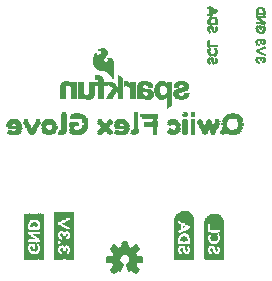
<source format=gbo>
G75*
%MOIN*%
%OFA0B0*%
%FSLAX25Y25*%
%IPPOS*%
%LPD*%
%AMOC8*
5,1,8,0,0,1.08239X$1,22.5*
%
%ADD10C,0.00300*%
%ADD11C,0.00591*%
%ADD12R,0.00157X0.15276*%
%ADD13R,0.00157X0.03307*%
%ADD14R,0.00157X0.11024*%
%ADD15R,0.00157X0.02992*%
%ADD16R,0.00157X0.01260*%
%ADD17R,0.00157X0.01890*%
%ADD18R,0.00157X0.00630*%
%ADD19R,0.00157X0.02677*%
%ADD20R,0.00157X0.00787*%
%ADD21R,0.00157X0.01575*%
%ADD22R,0.00157X0.00472*%
%ADD23R,0.00157X0.02520*%
%ADD24R,0.00157X0.01417*%
%ADD25R,0.00157X0.02205*%
%ADD26R,0.00157X0.02362*%
%ADD27R,0.00157X0.02047*%
%ADD28R,0.00157X0.01102*%
%ADD29R,0.00157X0.00945*%
%ADD30R,0.00157X0.02835*%
%ADD31R,0.00157X0.01732*%
%ADD32R,0.00157X0.00157*%
%ADD33R,0.00157X0.00315*%
%ADD34R,0.00157X0.03150*%
%ADD35R,0.00157X0.15906*%
%ADD36R,0.00157X0.03937*%
%ADD37R,0.00157X0.07402*%
%ADD38R,0.00157X0.03622*%
%ADD39R,0.00157X0.03465*%
%ADD40R,0.00157X0.13858*%
%ADD41R,0.00157X0.14331*%
%ADD42R,0.00157X0.14646*%
%ADD43R,0.00157X0.14961*%
%ADD44R,0.00157X0.15118*%
%ADD45R,0.00157X0.15433*%
%ADD46R,0.00157X0.11969*%
%ADD47R,0.00157X0.04567*%
%ADD48R,0.00157X0.04409*%
%ADD49R,0.00157X0.04252*%
%ADD50R,0.00157X0.04094*%
%ADD51R,0.00157X0.03780*%
%ADD52R,0.00157X0.12913*%
%ADD53R,0.00157X0.13386*%
%ADD54R,0.00157X0.13701*%
%ADD55R,0.00157X0.14016*%
%ADD56R,0.00157X0.14173*%
%ADD57R,0.00157X0.14488*%
%ADD58R,0.00157X0.07087*%
%ADD59R,0.00157X0.04882*%
%ADD60R,0.00157X0.05039*%
%ADD61R,0.00157X0.05197*%
%ADD62R,0.00118X0.00827*%
%ADD63R,0.00118X0.00236*%
%ADD64R,0.00157X0.01299*%
%ADD65R,0.00157X0.00591*%
%ADD66R,0.00118X0.01535*%
%ADD67R,0.00118X0.00709*%
%ADD68R,0.00118X0.01772*%
%ADD69R,0.00118X0.02008*%
%ADD70R,0.00157X0.02008*%
%ADD71R,0.00157X0.00827*%
%ADD72R,0.00118X0.02244*%
%ADD73R,0.00118X0.00945*%
%ADD74R,0.00118X0.01417*%
%ADD75R,0.00118X0.01299*%
%ADD76R,0.00157X0.01654*%
%ADD77R,0.00157X0.02244*%
%ADD78R,0.00157X0.01181*%
%ADD79R,0.00118X0.01063*%
%ADD80R,0.00118X0.01890*%
%ADD81R,0.00157X0.01535*%
%ADD82R,0.00118X0.01181*%
%ADD83R,0.00118X0.00472*%
%ADD84R,0.00118X0.00354*%
%ADD85R,0.00118X0.00118*%
%ADD86R,0.00157X0.00709*%
%ADD87R,0.00118X0.02126*%
%ADD88R,0.00118X0.02362*%
%ADD89R,0.00157X0.01063*%
%ADD90R,0.00157X0.02480*%
%ADD91R,0.00118X0.02480*%
%ADD92R,0.00118X0.01654*%
%ADD93R,0.00118X0.02598*%
%ADD94R,0.00157X0.02598*%
%ADD95R,0.00157X0.01772*%
%ADD96R,0.00118X0.00591*%
%ADD97R,0.00118X0.00866*%
%ADD98R,0.00118X0.01142*%
%ADD99R,0.00118X0.00630*%
%ADD100R,0.00118X0.00748*%
%ADD101R,0.00157X0.02283*%
%ADD102R,0.00157X0.00906*%
%ADD103R,0.00118X0.02402*%
%ADD104R,0.00118X0.01024*%
%ADD105R,0.00118X0.02520*%
%ADD106R,0.00118X0.00984*%
%ADD107R,0.00118X0.02638*%
%ADD108R,0.00118X0.01260*%
%ADD109R,0.00118X0.00394*%
%ADD110R,0.00118X0.01378*%
%ADD111R,0.00157X0.00748*%
%ADD112R,0.00157X0.00866*%
%ADD113R,0.00157X0.00984*%
%ADD114R,0.00157X0.01496*%
%ADD115R,0.00118X0.01614*%
%ADD116R,0.00118X0.00906*%
%ADD117R,0.00157X0.01024*%
%ADD118R,0.00157X0.00394*%
%ADD119R,0.00157X0.02756*%
%ADD120R,0.00118X0.01102*%
%ADD121R,0.00118X0.02874*%
%ADD122R,0.00118X0.03031*%
%ADD123R,0.00118X0.03150*%
%ADD124R,0.00157X0.02126*%
%ADD125R,0.00157X0.02402*%
%ADD126R,0.00118X0.02283*%
%ADD127R,0.00118X0.00512*%
%ADD128R,0.00118X0.00276*%
%ADD129R,0.00118X0.00157*%
%ADD130R,0.01102X0.00276*%
%ADD131R,0.01378X0.00276*%
%ADD132R,0.01654X0.00276*%
%ADD133R,0.01929X0.00276*%
%ADD134R,0.03031X0.00315*%
%ADD135R,0.01654X0.00315*%
%ADD136R,0.01929X0.00315*%
%ADD137R,0.05512X0.00315*%
%ADD138R,0.03307X0.00315*%
%ADD139R,0.04134X0.00276*%
%ADD140R,0.05787X0.00276*%
%ADD141R,0.04685X0.00236*%
%ADD142R,0.01654X0.00236*%
%ADD143R,0.01929X0.00236*%
%ADD144R,0.05787X0.00236*%
%ADD145R,0.04961X0.00236*%
%ADD146R,0.05236X0.00315*%
%ADD147R,0.01378X0.00315*%
%ADD148R,0.05787X0.00315*%
%ADD149R,0.05512X0.00276*%
%ADD150R,0.06339X0.00276*%
%ADD151R,0.02205X0.00236*%
%ADD152R,0.02480X0.00236*%
%ADD153R,0.01102X0.00236*%
%ADD154R,0.02205X0.00315*%
%ADD155R,0.01102X0.00315*%
%ADD156R,0.00827X0.00315*%
%ADD157R,0.02480X0.00315*%
%ADD158R,0.03031X0.00276*%
%ADD159R,0.03307X0.00276*%
%ADD160R,0.02205X0.00276*%
%ADD161R,0.03583X0.00276*%
%ADD162R,0.03858X0.00276*%
%ADD163R,0.04409X0.00276*%
%ADD164R,0.02756X0.00276*%
%ADD165R,0.04685X0.00276*%
%ADD166R,0.02480X0.00276*%
%ADD167R,0.05236X0.00276*%
%ADD168R,0.06614X0.00315*%
%ADD169R,0.00551X0.00315*%
%ADD170R,0.04409X0.00315*%
%ADD171R,0.03583X0.00315*%
%ADD172R,0.04961X0.00276*%
%ADD173R,0.00551X0.00276*%
%ADD174R,0.06890X0.00276*%
%ADD175R,0.07165X0.00276*%
%ADD176R,0.06890X0.00236*%
%ADD177R,0.04134X0.00236*%
%ADD178R,0.02756X0.00236*%
%ADD179R,0.04409X0.00236*%
%ADD180R,0.05236X0.00236*%
%ADD181R,0.06614X0.00276*%
%ADD182R,0.00827X0.00236*%
%ADD183R,0.01378X0.00236*%
%ADD184R,0.03031X0.00236*%
D10*
X0192318Y0105394D02*
X0192475Y0105551D01*
X0192672Y0105748D01*
X0192869Y0105906D01*
X0193066Y0106063D01*
X0193262Y0106220D01*
X0193459Y0106417D01*
X0193617Y0106575D01*
X0193814Y0106732D01*
X0193814Y0114016D01*
X0193656Y0114055D01*
X0193459Y0114094D01*
X0193262Y0114094D01*
X0193105Y0114134D01*
X0192908Y0114173D01*
X0192751Y0114213D01*
X0192554Y0114252D01*
X0192357Y0114291D01*
X0192357Y0113583D01*
X0192199Y0113780D01*
X0192042Y0113937D01*
X0191845Y0114094D01*
X0191648Y0114213D01*
X0191451Y0114331D01*
X0191215Y0114370D01*
X0190979Y0114409D01*
X0190703Y0114409D01*
X0190113Y0114370D01*
X0189562Y0114173D01*
X0189129Y0113898D01*
X0188774Y0113504D01*
X0188499Y0113071D01*
X0188341Y0112559D01*
X0188223Y0112008D01*
X0188184Y0111417D01*
X0189719Y0111457D01*
X0189719Y0111811D01*
X0189759Y0112126D01*
X0189877Y0112441D01*
X0189995Y0112717D01*
X0190192Y0112953D01*
X0190428Y0113110D01*
X0190703Y0113228D01*
X0191058Y0113268D01*
X0191373Y0113228D01*
X0191688Y0113110D01*
X0191885Y0112953D01*
X0192081Y0112717D01*
X0192199Y0112441D01*
X0192318Y0112126D01*
X0192357Y0111811D01*
X0192357Y0111142D01*
X0192278Y0110827D01*
X0192199Y0110512D01*
X0192081Y0110236D01*
X0191885Y0110039D01*
X0191648Y0109843D01*
X0191373Y0109764D01*
X0191018Y0109724D01*
X0190703Y0109764D01*
X0190388Y0109843D01*
X0190152Y0110039D01*
X0189995Y0110236D01*
X0189877Y0110512D01*
X0188538Y0109882D01*
X0188774Y0109449D01*
X0189129Y0109094D01*
X0189562Y0108780D01*
X0190034Y0108622D01*
X0190625Y0108543D01*
X0190861Y0108583D01*
X0191097Y0108622D01*
X0191333Y0108661D01*
X0191570Y0108780D01*
X0191766Y0108898D01*
X0191963Y0109016D01*
X0192121Y0109213D01*
X0192278Y0109409D01*
X0192318Y0109409D01*
X0192318Y0105394D01*
X0192318Y0105598D02*
X0192522Y0105598D01*
X0192318Y0105896D02*
X0192857Y0105896D01*
X0193230Y0106195D02*
X0192318Y0106195D01*
X0192318Y0106493D02*
X0193535Y0106493D01*
X0193814Y0106792D02*
X0192318Y0106792D01*
X0192318Y0107090D02*
X0193814Y0107090D01*
X0193814Y0107389D02*
X0192318Y0107389D01*
X0192318Y0107687D02*
X0193814Y0107687D01*
X0193814Y0107986D02*
X0192318Y0107986D01*
X0192318Y0108284D02*
X0193814Y0108284D01*
X0193814Y0108583D02*
X0192318Y0108583D01*
X0192318Y0108881D02*
X0193814Y0108881D01*
X0193814Y0109180D02*
X0192318Y0109180D01*
X0192095Y0109180D02*
X0189043Y0109180D01*
X0188758Y0109478D02*
X0193814Y0109478D01*
X0193814Y0109777D02*
X0191419Y0109777D01*
X0191921Y0110075D02*
X0193814Y0110075D01*
X0193814Y0110374D02*
X0192140Y0110374D01*
X0192240Y0110672D02*
X0193814Y0110672D01*
X0193814Y0110971D02*
X0192314Y0110971D01*
X0192357Y0111270D02*
X0193814Y0111270D01*
X0193814Y0111568D02*
X0192357Y0111568D01*
X0192350Y0111867D02*
X0193814Y0111867D01*
X0193814Y0112165D02*
X0192303Y0112165D01*
X0192190Y0112464D02*
X0193814Y0112464D01*
X0193814Y0112762D02*
X0192043Y0112762D01*
X0191750Y0113061D02*
X0193814Y0113061D01*
X0193814Y0113359D02*
X0188682Y0113359D01*
X0188496Y0113061D02*
X0190353Y0113061D01*
X0190033Y0112762D02*
X0188404Y0112762D01*
X0188321Y0112464D02*
X0189886Y0112464D01*
X0189773Y0112165D02*
X0188257Y0112165D01*
X0188214Y0111867D02*
X0189726Y0111867D01*
X0189719Y0111568D02*
X0188194Y0111568D01*
X0188184Y0111417D02*
X0188223Y0110866D01*
X0188341Y0110354D01*
X0188538Y0109882D01*
X0189877Y0110512D01*
X0189759Y0110827D01*
X0189719Y0111142D01*
X0189719Y0111457D01*
X0188184Y0111417D01*
X0188194Y0111270D02*
X0189719Y0111270D01*
X0189741Y0110971D02*
X0188216Y0110971D01*
X0188268Y0110672D02*
X0189816Y0110672D01*
X0189936Y0110374D02*
X0189584Y0110374D01*
X0188337Y0110374D01*
X0188457Y0110075D02*
X0188949Y0110075D01*
X0190123Y0110075D01*
X0190651Y0109777D02*
X0188595Y0109777D01*
X0187711Y0109803D02*
X0187711Y0110000D01*
X0187751Y0110197D01*
X0187672Y0110630D01*
X0187554Y0110984D01*
X0187396Y0111260D01*
X0187121Y0111496D01*
X0186845Y0111654D01*
X0186530Y0111772D01*
X0186215Y0111850D01*
X0185861Y0111890D01*
X0185546Y0111063D01*
X0185664Y0111024D01*
X0185743Y0110984D01*
X0185782Y0110945D01*
X0185861Y0110906D01*
X0185940Y0110866D01*
X0185979Y0110827D01*
X0186058Y0110787D01*
X0186097Y0110709D01*
X0186136Y0110630D01*
X0186176Y0110551D01*
X0186176Y0110472D01*
X0186215Y0110394D01*
X0186215Y0110197D01*
X0186176Y0110079D01*
X0186176Y0110000D01*
X0186136Y0109921D01*
X0186097Y0109882D01*
X0186058Y0109803D01*
X0185979Y0109764D01*
X0185940Y0109724D01*
X0185861Y0109685D01*
X0185782Y0109646D01*
X0185703Y0109646D01*
X0185625Y0109606D01*
X0185546Y0109606D01*
X0185467Y0109567D01*
X0185270Y0109567D01*
X0185073Y0109606D01*
X0184877Y0109606D01*
X0184719Y0109685D01*
X0184562Y0109724D01*
X0184444Y0109803D01*
X0184365Y0109882D01*
X0184286Y0110000D01*
X0184207Y0110079D01*
X0184168Y0110197D01*
X0184129Y0110315D01*
X0184089Y0110394D01*
X0184050Y0110512D01*
X0184050Y0111417D01*
X0184089Y0111378D01*
X0184129Y0111339D01*
X0184207Y0111339D01*
X0184286Y0111299D01*
X0184365Y0111260D01*
X0184444Y0111260D01*
X0184522Y0111220D01*
X0184680Y0111220D01*
X0184877Y0112008D01*
X0184601Y0112087D01*
X0184365Y0112165D01*
X0184168Y0112283D01*
X0184050Y0112441D01*
X0184050Y0112874D01*
X0184089Y0112953D01*
X0184129Y0113031D01*
X0184168Y0113110D01*
X0184207Y0113150D01*
X0184247Y0113228D01*
X0184325Y0113268D01*
X0184404Y0113307D01*
X0184483Y0113346D01*
X0184562Y0113346D01*
X0184640Y0113386D01*
X0185349Y0113386D01*
X0185428Y0113346D01*
X0185507Y0113307D01*
X0185585Y0113268D01*
X0185664Y0113228D01*
X0185743Y0113189D01*
X0185782Y0113150D01*
X0185861Y0113071D01*
X0185900Y0113031D01*
X0185940Y0112953D01*
X0185979Y0112835D01*
X0186018Y0112756D01*
X0186018Y0112559D01*
X0187554Y0112559D01*
X0187514Y0112795D01*
X0187475Y0113031D01*
X0187396Y0113268D01*
X0187278Y0113425D01*
X0187160Y0113622D01*
X0187042Y0113780D01*
X0186885Y0113898D01*
X0186688Y0114016D01*
X0186491Y0114134D01*
X0186294Y0114213D01*
X0186097Y0114252D01*
X0185861Y0114331D01*
X0185625Y0114370D01*
X0185428Y0114409D01*
X0184522Y0114409D01*
X0184325Y0114370D01*
X0184089Y0114370D01*
X0183892Y0114331D01*
X0183696Y0114252D01*
X0183499Y0114213D01*
X0183302Y0114134D01*
X0183144Y0114016D01*
X0182987Y0113898D01*
X0182829Y0113780D01*
X0182711Y0113622D01*
X0182633Y0113465D01*
X0182554Y0113268D01*
X0182514Y0113071D01*
X0182514Y0109646D01*
X0182475Y0109567D01*
X0182475Y0109213D01*
X0182436Y0109134D01*
X0182436Y0109055D01*
X0182396Y0108976D01*
X0182396Y0108858D01*
X0182357Y0108780D01*
X0182318Y0108740D01*
X0182318Y0108701D01*
X0183853Y0108701D01*
X0183853Y0108740D01*
X0183892Y0108780D01*
X0183892Y0108819D01*
X0183932Y0108858D01*
X0183932Y0108976D01*
X0183971Y0109016D01*
X0183971Y0109252D01*
X0184050Y0109134D01*
X0184168Y0109055D01*
X0184247Y0108976D01*
X0184365Y0108898D01*
X0184483Y0108858D01*
X0184601Y0108780D01*
X0184719Y0108740D01*
X0184837Y0108701D01*
X0184955Y0108661D01*
X0185073Y0108622D01*
X0185192Y0108622D01*
X0185310Y0108583D01*
X0185467Y0108583D01*
X0185585Y0108543D01*
X0186018Y0108543D01*
X0186215Y0108583D01*
X0186412Y0108583D01*
X0186570Y0108622D01*
X0186766Y0108701D01*
X0186924Y0108780D01*
X0187042Y0108858D01*
X0187199Y0108937D01*
X0187318Y0109055D01*
X0187396Y0109173D01*
X0187514Y0109331D01*
X0187593Y0109449D01*
X0187633Y0109646D01*
X0187711Y0109803D01*
X0187698Y0109777D02*
X0186005Y0109777D01*
X0186176Y0110075D02*
X0187726Y0110075D01*
X0187718Y0110374D02*
X0186215Y0110374D01*
X0186115Y0110672D02*
X0187658Y0110672D01*
X0187558Y0110971D02*
X0185756Y0110971D01*
X0185546Y0111063D02*
X0185861Y0111890D01*
X0185507Y0111929D01*
X0185152Y0111969D01*
X0184877Y0112008D01*
X0184680Y0111220D01*
X0184759Y0111181D01*
X0184837Y0111181D01*
X0184955Y0111142D01*
X0185113Y0111142D01*
X0185231Y0111102D01*
X0185388Y0111102D01*
X0185467Y0111063D01*
X0185546Y0111063D01*
X0185625Y0111270D02*
X0187385Y0111270D01*
X0186995Y0111568D02*
X0185738Y0111568D01*
X0184767Y0111568D01*
X0182514Y0111568D01*
X0182514Y0111270D02*
X0184050Y0111270D01*
X0184345Y0111270D02*
X0184692Y0111270D01*
X0185625Y0111270D01*
X0185852Y0111867D02*
X0184841Y0111867D01*
X0182514Y0111867D01*
X0182514Y0112165D02*
X0184366Y0112165D01*
X0184050Y0112464D02*
X0182514Y0112464D01*
X0182514Y0112762D02*
X0184050Y0112762D01*
X0184143Y0113061D02*
X0182514Y0113061D01*
X0182590Y0113359D02*
X0184587Y0113359D01*
X0185403Y0113359D02*
X0187328Y0113359D01*
X0187465Y0113061D02*
X0185871Y0113061D01*
X0186015Y0112762D02*
X0187520Y0112762D01*
X0187133Y0113658D02*
X0182738Y0113658D01*
X0183065Y0113956D02*
X0186787Y0113956D01*
X0186089Y0114255D02*
X0183702Y0114255D01*
X0181648Y0114016D02*
X0181648Y0113346D01*
X0181648Y0108701D01*
X0180113Y0108701D01*
X0180113Y0111575D01*
X0180034Y0111929D01*
X0179955Y0112205D01*
X0179798Y0112480D01*
X0179601Y0112717D01*
X0179325Y0112874D01*
X0179010Y0112953D01*
X0178617Y0112992D01*
X0178184Y0112992D01*
X0178105Y0112953D01*
X0178066Y0112953D01*
X0178066Y0114370D01*
X0178105Y0114370D01*
X0178144Y0114409D01*
X0178696Y0114409D01*
X0178971Y0114331D01*
X0179207Y0114252D01*
X0179483Y0114094D01*
X0179680Y0113937D01*
X0179877Y0113701D01*
X0180034Y0113504D01*
X0180192Y0113228D01*
X0180192Y0114291D01*
X0180349Y0114252D01*
X0180546Y0114213D01*
X0180743Y0114173D01*
X0180900Y0114134D01*
X0181097Y0114094D01*
X0181294Y0114094D01*
X0181451Y0114055D01*
X0181648Y0114016D01*
X0181648Y0113956D02*
X0180192Y0113956D01*
X0180192Y0113658D02*
X0181648Y0113658D01*
X0181648Y0113359D02*
X0180192Y0113359D01*
X0180117Y0113359D02*
X0178066Y0113359D01*
X0178066Y0113061D02*
X0181648Y0113061D01*
X0181648Y0112762D02*
X0179521Y0112762D01*
X0179807Y0112464D02*
X0181648Y0112464D01*
X0181648Y0112165D02*
X0179967Y0112165D01*
X0180048Y0111867D02*
X0181648Y0111867D01*
X0181648Y0111568D02*
X0180113Y0111568D01*
X0180113Y0111270D02*
X0181648Y0111270D01*
X0181648Y0110971D02*
X0180113Y0110971D01*
X0180113Y0110672D02*
X0181648Y0110672D01*
X0181648Y0110374D02*
X0180113Y0110374D01*
X0180113Y0110075D02*
X0181648Y0110075D01*
X0181648Y0109777D02*
X0180113Y0109777D01*
X0180113Y0109478D02*
X0181648Y0109478D01*
X0181648Y0109180D02*
X0180113Y0109180D01*
X0180113Y0108881D02*
X0181648Y0108881D01*
X0182396Y0108881D02*
X0183932Y0108881D01*
X0183971Y0109180D02*
X0182459Y0109180D01*
X0182475Y0109478D02*
X0187599Y0109478D01*
X0187401Y0109180D02*
X0184019Y0109180D01*
X0184413Y0108881D02*
X0187088Y0108881D01*
X0186413Y0108583D02*
X0185309Y0108583D01*
X0184483Y0109777D02*
X0182514Y0109777D01*
X0182514Y0110075D02*
X0184211Y0110075D01*
X0184099Y0110374D02*
X0182514Y0110374D01*
X0182514Y0110672D02*
X0184050Y0110672D01*
X0184050Y0110971D02*
X0182514Y0110971D01*
X0185852Y0111867D02*
X0186070Y0111867D01*
X0188913Y0113658D02*
X0192297Y0113658D01*
X0192357Y0113658D02*
X0193814Y0113658D01*
X0193814Y0113956D02*
X0192357Y0113956D01*
X0192357Y0114255D02*
X0192541Y0114255D01*
X0192018Y0113956D02*
X0189220Y0113956D01*
X0189790Y0114255D02*
X0191578Y0114255D01*
X0194680Y0113110D02*
X0194601Y0112638D01*
X0196058Y0112638D01*
X0196097Y0112835D01*
X0196176Y0113031D01*
X0196255Y0113150D01*
X0196373Y0113228D01*
X0196530Y0113307D01*
X0196727Y0113386D01*
X0197396Y0113386D01*
X0197514Y0113346D01*
X0197672Y0113307D01*
X0197790Y0113268D01*
X0197869Y0113150D01*
X0197948Y0113031D01*
X0197948Y0112874D01*
X0197908Y0112717D01*
X0197790Y0112559D01*
X0197633Y0112441D01*
X0197396Y0112323D01*
X0197160Y0112244D01*
X0196845Y0112205D01*
X0196530Y0112126D01*
X0196215Y0112047D01*
X0195900Y0111969D01*
X0195546Y0111890D01*
X0195270Y0111732D01*
X0194995Y0111575D01*
X0194759Y0111378D01*
X0194601Y0111142D01*
X0194483Y0110866D01*
X0194444Y0110512D01*
X0194522Y0110000D01*
X0194680Y0109567D01*
X0194916Y0109252D01*
X0195231Y0108976D01*
X0195625Y0108780D01*
X0196058Y0108661D01*
X0196530Y0108583D01*
X0197003Y0108543D01*
X0197475Y0108583D01*
X0197948Y0108661D01*
X0198381Y0108780D01*
X0198774Y0108976D01*
X0199089Y0109252D01*
X0199365Y0109606D01*
X0199522Y0110000D01*
X0199601Y0110512D01*
X0198341Y0110512D01*
X0198144Y0110512D01*
X0198144Y0110276D01*
X0198066Y0110079D01*
X0197948Y0109921D01*
X0197790Y0109803D01*
X0197633Y0109685D01*
X0197396Y0109646D01*
X0197199Y0109606D01*
X0196963Y0109567D01*
X0196806Y0109606D01*
X0196648Y0109606D01*
X0196491Y0109646D01*
X0196333Y0109724D01*
X0196176Y0109843D01*
X0196058Y0109961D01*
X0196018Y0110118D01*
X0195979Y0110276D01*
X0196018Y0110433D01*
X0196097Y0110591D01*
X0196255Y0110709D01*
X0196451Y0110827D01*
X0196688Y0110906D01*
X0197003Y0110984D01*
X0197318Y0111063D01*
X0197711Y0111142D01*
X0198066Y0111220D01*
X0198381Y0111339D01*
X0198656Y0111457D01*
X0198932Y0111614D01*
X0199168Y0111772D01*
X0199325Y0112008D01*
X0199444Y0112283D01*
X0199483Y0112638D01*
X0199444Y0113110D01*
X0199286Y0113504D01*
X0199010Y0113819D01*
X0198735Y0114055D01*
X0198341Y0114252D01*
X0197948Y0114331D01*
X0197514Y0114409D01*
X0196609Y0114409D01*
X0196176Y0114331D01*
X0195782Y0114213D01*
X0195428Y0114055D01*
X0195113Y0113819D01*
X0194877Y0113504D01*
X0194680Y0113110D01*
X0194672Y0113061D02*
X0196195Y0113061D01*
X0196083Y0112762D02*
X0194622Y0112762D01*
X0194804Y0113359D02*
X0196660Y0113359D01*
X0197477Y0113359D02*
X0199344Y0113359D01*
X0199448Y0113061D02*
X0197928Y0113061D01*
X0197920Y0112762D02*
X0199473Y0112762D01*
X0199464Y0112464D02*
X0197663Y0112464D01*
X0196686Y0112165D02*
X0199393Y0112165D01*
X0199231Y0111867D02*
X0195505Y0111867D01*
X0194987Y0111568D02*
X0198851Y0111568D01*
X0198196Y0111270D02*
X0194686Y0111270D01*
X0194528Y0110971D02*
X0196950Y0110971D01*
X0196206Y0110672D02*
X0194461Y0110672D01*
X0194465Y0110374D02*
X0196004Y0110374D01*
X0196029Y0110075D02*
X0194511Y0110075D01*
X0194603Y0109777D02*
X0196263Y0109777D01*
X0196529Y0108583D02*
X0197476Y0108583D01*
X0198584Y0108881D02*
X0195421Y0108881D01*
X0194998Y0109180D02*
X0199007Y0109180D01*
X0199265Y0109478D02*
X0194746Y0109478D01*
X0197755Y0109777D02*
X0199433Y0109777D01*
X0199534Y0110075D02*
X0198063Y0110075D01*
X0198144Y0110374D02*
X0199580Y0110374D01*
X0199152Y0113658D02*
X0194992Y0113658D01*
X0195296Y0113956D02*
X0198850Y0113956D01*
X0198328Y0114255D02*
X0195922Y0114255D01*
X0191739Y0108881D02*
X0189422Y0108881D01*
X0190328Y0108583D02*
X0190862Y0108583D01*
X0180338Y0114255D02*
X0180192Y0114255D01*
X0179656Y0113956D02*
X0178066Y0113956D01*
X0178066Y0113658D02*
X0179911Y0113658D01*
X0179199Y0114255D02*
X0178066Y0114255D01*
X0177475Y0114255D02*
X0175940Y0114255D01*
X0175940Y0114553D02*
X0177475Y0114553D01*
X0177475Y0114852D02*
X0175940Y0114852D01*
X0175940Y0115150D02*
X0177475Y0115150D01*
X0177475Y0115449D02*
X0175940Y0115449D01*
X0175940Y0115747D02*
X0177111Y0115747D01*
X0177475Y0115551D02*
X0177475Y0108701D01*
X0175940Y0108701D01*
X0175940Y0110630D01*
X0175349Y0111181D01*
X0173814Y0108701D01*
X0171963Y0108701D01*
X0174286Y0112244D01*
X0172199Y0114291D01*
X0174010Y0114291D01*
X0175940Y0112283D01*
X0175940Y0116378D01*
X0177475Y0115551D01*
X0176557Y0116046D02*
X0175940Y0116046D01*
X0175940Y0116344D02*
X0176002Y0116344D01*
X0174325Y0116344D02*
X0173493Y0116344D01*
X0173577Y0116260D02*
X0173341Y0116496D01*
X0173144Y0116772D01*
X0172869Y0117047D01*
X0172633Y0117283D01*
X0172436Y0117520D01*
X0172239Y0117677D01*
X0172042Y0117835D01*
X0171845Y0117953D01*
X0171609Y0117992D01*
X0170861Y0117992D01*
X0170388Y0118071D01*
X0169955Y0118189D01*
X0169562Y0118346D01*
X0169168Y0118583D01*
X0168853Y0118858D01*
X0168538Y0119173D01*
X0168262Y0119528D01*
X0167869Y0120236D01*
X0167672Y0120945D01*
X0167633Y0121654D01*
X0167751Y0122283D01*
X0167948Y0122835D01*
X0168223Y0123307D01*
X0168538Y0123661D01*
X0168853Y0123819D01*
X0168853Y0123504D01*
X0168892Y0123386D01*
X0168932Y0123268D01*
X0169050Y0123189D01*
X0169168Y0123150D01*
X0169444Y0123150D01*
X0169601Y0123228D01*
X0169759Y0123307D01*
X0169877Y0123386D01*
X0170034Y0123504D01*
X0170152Y0123583D01*
X0170270Y0123701D01*
X0170349Y0123858D01*
X0170428Y0123976D01*
X0170467Y0124134D01*
X0170507Y0124252D01*
X0170467Y0124370D01*
X0170428Y0124449D01*
X0170388Y0124567D01*
X0170310Y0124685D01*
X0170152Y0124803D01*
X0169995Y0124882D01*
X0169798Y0124921D01*
X0169640Y0124961D01*
X0169522Y0124961D01*
X0169404Y0124921D01*
X0169286Y0124921D01*
X0169325Y0124961D01*
X0169483Y0125079D01*
X0169719Y0125197D01*
X0170034Y0125315D01*
X0170388Y0125433D01*
X0170782Y0125433D01*
X0171215Y0125354D01*
X0171648Y0125118D01*
X0172003Y0124803D01*
X0172199Y0124528D01*
X0172318Y0124173D01*
X0172318Y0123858D01*
X0172239Y0123504D01*
X0172042Y0123150D01*
X0171766Y0122835D01*
X0171451Y0122480D01*
X0171176Y0122165D01*
X0171058Y0121890D01*
X0171058Y0121614D01*
X0171136Y0121378D01*
X0171294Y0121181D01*
X0171530Y0121024D01*
X0171845Y0120945D01*
X0172160Y0120945D01*
X0172357Y0120984D01*
X0172554Y0121063D01*
X0172672Y0121142D01*
X0172790Y0121260D01*
X0172869Y0121417D01*
X0172908Y0121535D01*
X0172908Y0121654D01*
X0172869Y0121772D01*
X0172790Y0121890D01*
X0172711Y0121969D01*
X0172633Y0122047D01*
X0172514Y0122087D01*
X0172436Y0122126D01*
X0172357Y0122165D01*
X0172318Y0122205D01*
X0172396Y0122244D01*
X0172475Y0122244D01*
X0172633Y0122283D01*
X0172948Y0122283D01*
X0173184Y0122244D01*
X0173381Y0122165D01*
X0173577Y0122087D01*
X0173735Y0121969D01*
X0173932Y0121850D01*
X0174050Y0121654D01*
X0174168Y0121417D01*
X0174247Y0121181D01*
X0174286Y0120827D01*
X0174325Y0120472D01*
X0174325Y0115433D01*
X0174286Y0115433D01*
X0174207Y0115551D01*
X0174089Y0115669D01*
X0173971Y0115827D01*
X0173774Y0116024D01*
X0173577Y0116260D01*
X0173756Y0116046D02*
X0174325Y0116046D01*
X0174325Y0115747D02*
X0174031Y0115747D01*
X0174276Y0115449D02*
X0174325Y0115449D01*
X0174325Y0116643D02*
X0173236Y0116643D01*
X0172975Y0116941D02*
X0174325Y0116941D01*
X0174325Y0117240D02*
X0172676Y0117240D01*
X0172412Y0117538D02*
X0174325Y0117538D01*
X0174325Y0117837D02*
X0172038Y0117837D01*
X0170152Y0118135D02*
X0174325Y0118135D01*
X0174325Y0118434D02*
X0169416Y0118434D01*
X0168997Y0118732D02*
X0174325Y0118732D01*
X0174325Y0119031D02*
X0168680Y0119031D01*
X0168417Y0119329D02*
X0174325Y0119329D01*
X0174325Y0119628D02*
X0168207Y0119628D01*
X0168041Y0119926D02*
X0174325Y0119926D01*
X0174325Y0120225D02*
X0167875Y0120225D01*
X0167789Y0120523D02*
X0174320Y0120523D01*
X0174287Y0120822D02*
X0167706Y0120822D01*
X0167662Y0121120D02*
X0171385Y0121120D01*
X0171123Y0121419D02*
X0167646Y0121419D01*
X0167645Y0121717D02*
X0171058Y0121717D01*
X0171112Y0122016D02*
X0167700Y0122016D01*
X0167762Y0122314D02*
X0171306Y0122314D01*
X0171569Y0122613D02*
X0167868Y0122613D01*
X0167992Y0122911D02*
X0171834Y0122911D01*
X0172076Y0123210D02*
X0169564Y0123210D01*
X0169018Y0123210D02*
X0168166Y0123210D01*
X0168402Y0123508D02*
X0168853Y0123508D01*
X0168829Y0123807D02*
X0168853Y0123807D01*
X0170041Y0123508D02*
X0172240Y0123508D01*
X0172306Y0123807D02*
X0170323Y0123807D01*
X0170460Y0124105D02*
X0172318Y0124105D01*
X0172241Y0124404D02*
X0170450Y0124404D01*
X0170286Y0124703D02*
X0172074Y0124703D01*
X0171780Y0125001D02*
X0169379Y0125001D01*
X0169993Y0125300D02*
X0171316Y0125300D01*
X0172664Y0122016D02*
X0173672Y0122016D01*
X0174012Y0121717D02*
X0172887Y0121717D01*
X0172869Y0121419D02*
X0174167Y0121419D01*
X0174253Y0121120D02*
X0172640Y0121120D01*
X0170310Y0116102D02*
X0169995Y0116260D01*
X0169601Y0116378D01*
X0168459Y0116378D01*
X0168381Y0116339D01*
X0168381Y0115236D01*
X0169050Y0115236D01*
X0169207Y0115197D01*
X0169286Y0115157D01*
X0169365Y0115118D01*
X0169444Y0115000D01*
X0169483Y0114921D01*
X0169483Y0114764D01*
X0169522Y0114606D01*
X0169522Y0114291D01*
X0168459Y0114291D01*
X0168459Y0113268D01*
X0169522Y0113268D01*
X0169522Y0108701D01*
X0171018Y0108701D01*
X0171018Y0112677D01*
X0171018Y0113268D01*
X0172554Y0113268D01*
X0172396Y0113386D01*
X0172278Y0113504D01*
X0172160Y0113622D01*
X0172003Y0113780D01*
X0171885Y0113898D01*
X0171766Y0114016D01*
X0171609Y0114134D01*
X0171491Y0114291D01*
X0171018Y0114291D01*
X0171018Y0115079D01*
X0170900Y0115394D01*
X0170782Y0115669D01*
X0170585Y0115906D01*
X0170310Y0116102D01*
X0170389Y0116046D02*
X0168381Y0116046D01*
X0168392Y0116344D02*
X0169714Y0116344D01*
X0170717Y0115747D02*
X0168381Y0115747D01*
X0168381Y0115449D02*
X0170877Y0115449D01*
X0170992Y0115150D02*
X0169301Y0115150D01*
X0169483Y0114852D02*
X0171018Y0114852D01*
X0171018Y0114553D02*
X0169522Y0114553D01*
X0168459Y0114255D02*
X0171518Y0114255D01*
X0171826Y0113956D02*
X0168459Y0113956D01*
X0168459Y0113658D02*
X0172125Y0113658D01*
X0172432Y0113359D02*
X0168459Y0113359D01*
X0167987Y0113359D02*
X0166491Y0113359D01*
X0166491Y0113061D02*
X0167987Y0113061D01*
X0167987Y0112762D02*
X0166491Y0112762D01*
X0166491Y0112464D02*
X0167987Y0112464D01*
X0167987Y0112165D02*
X0166491Y0112165D01*
X0166491Y0111867D02*
X0167987Y0111867D01*
X0167987Y0111568D02*
X0166491Y0111568D01*
X0166491Y0111270D02*
X0167987Y0111270D01*
X0167987Y0110971D02*
X0166469Y0110971D01*
X0166451Y0110827D02*
X0166412Y0110512D01*
X0166373Y0110276D01*
X0166255Y0110118D01*
X0166136Y0109961D01*
X0165940Y0109843D01*
X0165743Y0109803D01*
X0165507Y0109764D01*
X0165192Y0109803D01*
X0164955Y0109843D01*
X0164759Y0109961D01*
X0164601Y0110118D01*
X0164483Y0110354D01*
X0164365Y0110630D01*
X0164325Y0110945D01*
X0164325Y0114291D01*
X0162790Y0114291D01*
X0162790Y0109409D01*
X0162790Y0108701D01*
X0164247Y0108701D01*
X0164247Y0109488D01*
X0164286Y0109488D01*
X0164444Y0109252D01*
X0164601Y0109055D01*
X0164798Y0108898D01*
X0165034Y0108780D01*
X0165231Y0108701D01*
X0165467Y0108622D01*
X0165743Y0108583D01*
X0165979Y0108543D01*
X0166530Y0108583D01*
X0166963Y0108740D01*
X0167318Y0108937D01*
X0167593Y0109173D01*
X0167790Y0109528D01*
X0167908Y0109921D01*
X0167987Y0110354D01*
X0167987Y0114291D01*
X0166491Y0114291D01*
X0166491Y0111142D01*
X0166451Y0110827D01*
X0166432Y0110672D02*
X0167987Y0110672D01*
X0167987Y0110374D02*
X0166389Y0110374D01*
X0166223Y0110075D02*
X0167936Y0110075D01*
X0167865Y0109777D02*
X0165586Y0109777D01*
X0165401Y0109777D02*
X0162790Y0109777D01*
X0162790Y0110075D02*
X0164644Y0110075D01*
X0164475Y0110374D02*
X0162790Y0110374D01*
X0162790Y0110672D02*
X0164360Y0110672D01*
X0164325Y0110971D02*
X0162790Y0110971D01*
X0162790Y0111270D02*
X0164325Y0111270D01*
X0164325Y0111568D02*
X0162790Y0111568D01*
X0162790Y0111867D02*
X0164325Y0111867D01*
X0164325Y0112165D02*
X0162790Y0112165D01*
X0162790Y0112464D02*
X0164325Y0112464D01*
X0164325Y0112762D02*
X0162790Y0112762D01*
X0162790Y0113061D02*
X0164325Y0113061D01*
X0164325Y0113359D02*
X0162790Y0113359D01*
X0162790Y0113658D02*
X0164325Y0113658D01*
X0164325Y0113956D02*
X0162790Y0113956D01*
X0162790Y0114255D02*
X0164325Y0114255D01*
X0166491Y0114255D02*
X0167987Y0114255D01*
X0167987Y0113956D02*
X0166491Y0113956D01*
X0166491Y0113658D02*
X0167987Y0113658D01*
X0169522Y0113061D02*
X0171018Y0113061D01*
X0171018Y0112762D02*
X0169522Y0112762D01*
X0169522Y0112464D02*
X0171018Y0112464D01*
X0171018Y0112165D02*
X0169522Y0112165D01*
X0169522Y0111867D02*
X0171018Y0111867D01*
X0171018Y0111568D02*
X0169522Y0111568D01*
X0169522Y0111270D02*
X0171018Y0111270D01*
X0171018Y0110971D02*
X0169522Y0110971D01*
X0169522Y0110672D02*
X0171018Y0110672D01*
X0171018Y0110374D02*
X0169522Y0110374D01*
X0169522Y0110075D02*
X0171018Y0110075D01*
X0171018Y0109777D02*
X0169522Y0109777D01*
X0169522Y0109478D02*
X0171018Y0109478D01*
X0171018Y0109180D02*
X0169522Y0109180D01*
X0169522Y0108881D02*
X0171018Y0108881D01*
X0172082Y0108881D02*
X0173925Y0108881D01*
X0174110Y0109180D02*
X0172277Y0109180D01*
X0172473Y0109478D02*
X0174295Y0109478D01*
X0174480Y0109777D02*
X0172669Y0109777D01*
X0172864Y0110075D02*
X0174665Y0110075D01*
X0174849Y0110374D02*
X0173060Y0110374D01*
X0173256Y0110672D02*
X0175034Y0110672D01*
X0175219Y0110971D02*
X0173452Y0110971D01*
X0173647Y0111270D02*
X0177475Y0111270D01*
X0177475Y0111568D02*
X0173843Y0111568D01*
X0174039Y0111867D02*
X0177475Y0111867D01*
X0177475Y0112165D02*
X0174234Y0112165D01*
X0174062Y0112464D02*
X0175767Y0112464D01*
X0175940Y0112464D02*
X0177475Y0112464D01*
X0177475Y0112762D02*
X0175940Y0112762D01*
X0175940Y0113061D02*
X0177475Y0113061D01*
X0177475Y0113359D02*
X0175940Y0113359D01*
X0175940Y0113658D02*
X0177475Y0113658D01*
X0177475Y0113956D02*
X0175940Y0113956D01*
X0175193Y0113061D02*
X0173454Y0113061D01*
X0173150Y0113359D02*
X0174906Y0113359D01*
X0174619Y0113658D02*
X0172845Y0113658D01*
X0172541Y0113956D02*
X0174333Y0113956D01*
X0174046Y0114255D02*
X0172237Y0114255D01*
X0173758Y0112762D02*
X0175480Y0112762D01*
X0175574Y0110971D02*
X0177475Y0110971D01*
X0177475Y0110672D02*
X0175894Y0110672D01*
X0175940Y0110374D02*
X0177475Y0110374D01*
X0177475Y0110075D02*
X0175940Y0110075D01*
X0175940Y0109777D02*
X0177475Y0109777D01*
X0177475Y0109478D02*
X0175940Y0109478D01*
X0175940Y0109180D02*
X0177475Y0109180D01*
X0177475Y0108881D02*
X0175940Y0108881D01*
X0167763Y0109478D02*
X0164293Y0109478D01*
X0164247Y0109478D02*
X0162790Y0109478D01*
X0162790Y0109180D02*
X0164247Y0109180D01*
X0164501Y0109180D02*
X0167597Y0109180D01*
X0167218Y0108881D02*
X0164830Y0108881D01*
X0164247Y0108881D02*
X0162790Y0108881D01*
X0161963Y0108881D02*
X0160428Y0108881D01*
X0160428Y0108701D02*
X0161963Y0108701D01*
X0161963Y0113583D01*
X0161963Y0114291D01*
X0160507Y0114291D01*
X0160507Y0113504D01*
X0160467Y0113504D01*
X0160310Y0113740D01*
X0160152Y0113898D01*
X0159955Y0114055D01*
X0159719Y0114213D01*
X0159483Y0114291D01*
X0159247Y0114370D01*
X0159010Y0114409D01*
X0158774Y0114409D01*
X0158223Y0114370D01*
X0157790Y0114252D01*
X0157436Y0114055D01*
X0157160Y0113780D01*
X0156963Y0113465D01*
X0156845Y0113071D01*
X0156766Y0112638D01*
X0156727Y0112126D01*
X0156727Y0108701D01*
X0158262Y0108701D01*
X0158262Y0111850D01*
X0158302Y0112165D01*
X0156730Y0112165D01*
X0156727Y0111867D02*
X0158264Y0111867D01*
X0158262Y0111568D02*
X0156727Y0111568D01*
X0156727Y0111270D02*
X0158262Y0111270D01*
X0158262Y0110971D02*
X0156727Y0110971D01*
X0156727Y0110672D02*
X0158262Y0110672D01*
X0158262Y0110374D02*
X0156727Y0110374D01*
X0156727Y0110075D02*
X0158262Y0110075D01*
X0158262Y0109777D02*
X0156727Y0109777D01*
X0156727Y0109478D02*
X0158262Y0109478D01*
X0158262Y0109180D02*
X0156727Y0109180D01*
X0156727Y0108881D02*
X0158262Y0108881D01*
X0160428Y0108701D02*
X0160428Y0112008D01*
X0160388Y0112362D01*
X0160270Y0112638D01*
X0160152Y0112835D01*
X0159995Y0113031D01*
X0159798Y0113150D01*
X0159562Y0113189D01*
X0159247Y0113228D01*
X0159010Y0113189D01*
X0158814Y0113150D01*
X0158617Y0113031D01*
X0158499Y0112874D01*
X0158381Y0112677D01*
X0158341Y0112441D01*
X0158302Y0112165D01*
X0158345Y0112464D02*
X0156753Y0112464D01*
X0156789Y0112762D02*
X0158432Y0112762D01*
X0158665Y0113061D02*
X0156843Y0113061D01*
X0156932Y0113359D02*
X0161963Y0113359D01*
X0161963Y0113061D02*
X0159946Y0113061D01*
X0160196Y0112762D02*
X0161963Y0112762D01*
X0161963Y0112464D02*
X0160345Y0112464D01*
X0160410Y0112165D02*
X0161963Y0112165D01*
X0161963Y0111867D02*
X0160428Y0111867D01*
X0160428Y0111568D02*
X0161963Y0111568D01*
X0161963Y0111270D02*
X0160428Y0111270D01*
X0160428Y0110971D02*
X0161963Y0110971D01*
X0161963Y0110672D02*
X0160428Y0110672D01*
X0160428Y0110374D02*
X0161963Y0110374D01*
X0161963Y0110075D02*
X0160428Y0110075D01*
X0160428Y0109777D02*
X0161963Y0109777D01*
X0161963Y0109478D02*
X0160428Y0109478D01*
X0160428Y0109180D02*
X0161963Y0109180D01*
X0165741Y0108583D02*
X0166531Y0108583D01*
X0161963Y0113658D02*
X0160507Y0113658D01*
X0160365Y0113658D02*
X0157084Y0113658D01*
X0157337Y0113956D02*
X0160079Y0113956D01*
X0160507Y0113956D02*
X0161963Y0113956D01*
X0161963Y0114255D02*
X0160507Y0114255D01*
X0159593Y0114255D02*
X0157800Y0114255D01*
D11*
X0177614Y0060861D02*
X0179053Y0060861D01*
X0179247Y0058956D01*
X0179887Y0058751D01*
X0180485Y0058443D01*
X0181969Y0059654D01*
X0182987Y0058636D01*
X0181777Y0057152D01*
X0182085Y0056554D01*
X0182290Y0055913D01*
X0184195Y0055720D01*
X0184195Y0054280D01*
X0182290Y0054087D01*
X0182085Y0053446D01*
X0181777Y0052848D01*
X0182987Y0051364D01*
X0181969Y0050346D01*
X0180485Y0051557D01*
X0179887Y0051249D01*
X0179040Y0053295D01*
X0179418Y0053507D01*
X0179737Y0053801D01*
X0179978Y0054162D01*
X0180128Y0054569D01*
X0180179Y0055000D01*
X0180126Y0055439D01*
X0179970Y0055852D01*
X0179721Y0056217D01*
X0179392Y0056511D01*
X0179002Y0056720D01*
X0178574Y0056829D01*
X0178133Y0056834D01*
X0177702Y0056734D01*
X0177308Y0056534D01*
X0176973Y0056246D01*
X0176716Y0055887D01*
X0176551Y0055477D01*
X0176489Y0055040D01*
X0176532Y0054600D01*
X0176678Y0054184D01*
X0176920Y0053814D01*
X0177242Y0053512D01*
X0177627Y0053295D01*
X0176779Y0051249D01*
X0176182Y0051557D01*
X0174698Y0050346D01*
X0173680Y0051364D01*
X0174890Y0052848D01*
X0174582Y0053446D01*
X0174377Y0054087D01*
X0172472Y0054280D01*
X0172472Y0055720D01*
X0174377Y0055913D01*
X0174582Y0056554D01*
X0174890Y0057152D01*
X0173680Y0058636D01*
X0174698Y0059654D01*
X0176182Y0058443D01*
X0176780Y0058751D01*
X0177420Y0058956D01*
X0177614Y0060861D01*
X0177558Y0060316D02*
X0179109Y0060316D01*
X0179168Y0059727D02*
X0177498Y0059727D01*
X0177438Y0059137D02*
X0179228Y0059137D01*
X0180281Y0058548D02*
X0176386Y0058548D01*
X0176053Y0058548D02*
X0173751Y0058548D01*
X0174181Y0059137D02*
X0175330Y0059137D01*
X0174231Y0057959D02*
X0182435Y0057959D01*
X0181955Y0057370D02*
X0174712Y0057370D01*
X0174699Y0056781D02*
X0177906Y0056781D01*
X0178762Y0056781D02*
X0181967Y0056781D01*
X0182200Y0056192D02*
X0179738Y0056192D01*
X0180064Y0055603D02*
X0184195Y0055603D01*
X0184195Y0055014D02*
X0180177Y0055014D01*
X0180075Y0054425D02*
X0184195Y0054425D01*
X0182209Y0053836D02*
X0179760Y0053836D01*
X0179060Y0053247D02*
X0181982Y0053247D01*
X0181932Y0052658D02*
X0179304Y0052658D01*
X0179548Y0052069D02*
X0182412Y0052069D01*
X0182893Y0051480D02*
X0180579Y0051480D01*
X0180335Y0051480D02*
X0179792Y0051480D01*
X0181302Y0050891D02*
X0182513Y0050891D01*
X0177607Y0053247D02*
X0174685Y0053247D01*
X0174735Y0052658D02*
X0177363Y0052658D01*
X0177119Y0052069D02*
X0174254Y0052069D01*
X0173774Y0051480D02*
X0176087Y0051480D01*
X0176331Y0051480D02*
X0176875Y0051480D01*
X0175365Y0050891D02*
X0174153Y0050891D01*
X0174457Y0053836D02*
X0176905Y0053836D01*
X0176594Y0054425D02*
X0172472Y0054425D01*
X0172472Y0055014D02*
X0176491Y0055014D01*
X0176602Y0055603D02*
X0172472Y0055603D01*
X0174466Y0056192D02*
X0176934Y0056192D01*
X0180614Y0058548D02*
X0182916Y0058548D01*
X0182485Y0059137D02*
X0181336Y0059137D01*
D12*
X0145184Y0062528D03*
X0145341Y0062528D03*
X0145499Y0062528D03*
X0145656Y0062528D03*
X0145814Y0062528D03*
X0145971Y0062528D03*
X0146129Y0062528D03*
X0150538Y0062528D03*
X0150696Y0062528D03*
X0150853Y0062528D03*
X0151010Y0062528D03*
X0151168Y0062528D03*
X0151325Y0062528D03*
X0151483Y0062528D03*
X0195971Y0062528D03*
X0200696Y0062528D03*
D13*
X0197861Y0056543D03*
X0207861Y0056543D03*
X0210381Y0060165D03*
X0197073Y0069299D03*
X0160223Y0060638D03*
X0158333Y0060953D03*
X0150381Y0056543D03*
X0146286Y0068512D03*
X0156601Y0069142D03*
X0156759Y0069142D03*
D14*
X0150381Y0064654D03*
D15*
X0150223Y0068669D03*
X0156286Y0065205D03*
X0158648Y0061110D03*
X0158648Y0056386D03*
X0158491Y0056386D03*
X0158333Y0056386D03*
X0158176Y0056386D03*
X0158018Y0056386D03*
X0158806Y0056386D03*
X0160381Y0056386D03*
X0150223Y0056386D03*
X0148963Y0059220D03*
X0148806Y0059220D03*
X0157231Y0069299D03*
X0157388Y0069299D03*
X0196286Y0068984D03*
X0196759Y0069299D03*
X0206759Y0068354D03*
X0206916Y0068354D03*
D16*
X0206286Y0063394D03*
X0199121Y0064181D03*
X0198963Y0064181D03*
X0199121Y0061661D03*
X0197388Y0061661D03*
X0198648Y0059457D03*
X0197546Y0058039D03*
X0207546Y0058039D03*
X0209908Y0060087D03*
X0158963Y0067016D03*
X0158018Y0065126D03*
X0157861Y0065126D03*
X0157703Y0065283D03*
X0157546Y0065283D03*
X0158176Y0064969D03*
X0158491Y0064811D03*
X0157546Y0063079D03*
X0157703Y0062921D03*
X0156286Y0061661D03*
X0156286Y0059614D03*
X0157546Y0058197D03*
X0157703Y0058197D03*
X0150223Y0060244D03*
X0149593Y0062764D03*
X0146916Y0062449D03*
X0146759Y0062449D03*
X0146286Y0060244D03*
X0147388Y0058669D03*
X0147546Y0066543D03*
X0148963Y0066543D03*
D17*
X0149121Y0069220D03*
X0149278Y0069220D03*
X0147546Y0069220D03*
X0147388Y0069220D03*
X0146286Y0062606D03*
X0150223Y0062606D03*
X0157703Y0060717D03*
X0159278Y0060717D03*
X0159436Y0055835D03*
X0157703Y0055835D03*
X0157231Y0055835D03*
X0157073Y0055835D03*
X0156916Y0055835D03*
X0149278Y0055835D03*
X0149121Y0055835D03*
X0148963Y0055835D03*
X0147703Y0055835D03*
X0147546Y0055835D03*
X0147388Y0055835D03*
X0159593Y0067016D03*
X0159593Y0069850D03*
X0159436Y0069850D03*
X0160223Y0069850D03*
X0196759Y0065756D03*
X0198806Y0059142D03*
X0198806Y0055835D03*
X0198963Y0055835D03*
X0199121Y0055835D03*
X0199278Y0055835D03*
X0199436Y0055835D03*
X0199593Y0055835D03*
X0197388Y0055835D03*
X0197231Y0055835D03*
X0197073Y0055835D03*
X0196916Y0055835D03*
X0206759Y0055835D03*
X0206916Y0055835D03*
X0207231Y0055835D03*
X0207388Y0055835D03*
X0208648Y0055835D03*
X0208806Y0055835D03*
X0208963Y0055835D03*
X0209121Y0055835D03*
X0209278Y0055835D03*
X0209436Y0055835D03*
X0209593Y0055835D03*
X0208806Y0059142D03*
X0206444Y0060087D03*
X0207833Y0121213D03*
X0207833Y0131713D03*
X0222416Y0137303D03*
D18*
X0198018Y0065756D03*
X0198018Y0064024D03*
X0198176Y0064024D03*
X0197703Y0063866D03*
X0197073Y0063551D03*
X0196916Y0063394D03*
X0196759Y0063394D03*
X0197231Y0061504D03*
X0196759Y0059772D03*
X0198333Y0059772D03*
X0199593Y0059772D03*
X0199751Y0059772D03*
X0199908Y0059772D03*
X0199436Y0058197D03*
X0207231Y0059929D03*
X0207388Y0059929D03*
X0209436Y0058197D03*
X0209278Y0063551D03*
X0210066Y0063551D03*
X0207388Y0063551D03*
X0159908Y0064496D03*
X0159278Y0064811D03*
X0159121Y0064811D03*
X0157231Y0061189D03*
X0156601Y0061504D03*
X0157231Y0060087D03*
X0156601Y0059772D03*
X0149908Y0060402D03*
X0149751Y0060402D03*
X0149593Y0060402D03*
X0149436Y0060402D03*
X0148648Y0060402D03*
X0147703Y0062134D03*
X0148806Y0063079D03*
X0150223Y0064654D03*
X0147231Y0066228D03*
X0146444Y0064654D03*
X0146601Y0060402D03*
D19*
X0150066Y0056228D03*
X0160066Y0060638D03*
X0158018Y0069457D03*
X0157861Y0069457D03*
X0150066Y0068827D03*
X0196286Y0056228D03*
X0208018Y0056228D03*
X0207546Y0062528D03*
X0208963Y0062528D03*
X0200066Y0063945D03*
D20*
X0198491Y0064102D03*
X0198333Y0064102D03*
X0198491Y0059693D03*
X0199436Y0059693D03*
X0200066Y0059693D03*
X0196601Y0059693D03*
X0206916Y0060008D03*
X0207073Y0060008D03*
X0208491Y0059535D03*
X0207231Y0062055D03*
X0209121Y0063472D03*
X0160066Y0064417D03*
X0158963Y0064890D03*
X0158806Y0064890D03*
X0158491Y0066937D03*
X0158333Y0066937D03*
X0156444Y0061583D03*
X0157231Y0058276D03*
X0159278Y0058276D03*
X0150066Y0060323D03*
X0149278Y0060323D03*
X0147546Y0062213D03*
X0147388Y0062213D03*
X0148963Y0063000D03*
X0146286Y0064575D03*
X0147231Y0058748D03*
D21*
X0147703Y0058512D03*
X0147861Y0058512D03*
X0150066Y0062606D03*
X0148648Y0066701D03*
X0148491Y0066701D03*
X0148333Y0066701D03*
X0148176Y0066701D03*
X0148018Y0066701D03*
X0159278Y0067016D03*
X0197073Y0065756D03*
X0199278Y0064181D03*
X0199436Y0064181D03*
X0198806Y0061819D03*
X0198648Y0061819D03*
X0198018Y0061819D03*
X0197861Y0061819D03*
X0197703Y0061819D03*
X0206601Y0060087D03*
X0209121Y0062134D03*
D22*
X0209436Y0063630D03*
X0209908Y0063630D03*
X0207231Y0063630D03*
X0207073Y0063630D03*
X0206601Y0063630D03*
X0207546Y0059850D03*
X0207703Y0059850D03*
X0207861Y0059850D03*
X0208176Y0059693D03*
X0208333Y0059693D03*
X0198176Y0059850D03*
X0198018Y0059850D03*
X0197861Y0059850D03*
X0197703Y0059850D03*
X0197388Y0059850D03*
X0197231Y0059850D03*
X0197073Y0059850D03*
X0196916Y0059850D03*
X0197231Y0063630D03*
X0197388Y0063787D03*
X0197546Y0063787D03*
X0197861Y0063945D03*
X0198176Y0065677D03*
X0159751Y0064575D03*
X0159593Y0064732D03*
X0159436Y0064732D03*
X0158176Y0066937D03*
X0158018Y0066937D03*
X0156916Y0061425D03*
X0156759Y0061425D03*
X0157073Y0060008D03*
X0156916Y0059850D03*
X0156759Y0059850D03*
X0159436Y0058276D03*
X0148491Y0060480D03*
X0148333Y0060480D03*
X0148176Y0060480D03*
X0148018Y0060480D03*
X0147861Y0060480D03*
X0147703Y0060480D03*
X0147546Y0060480D03*
X0147388Y0060480D03*
X0147231Y0060480D03*
X0147073Y0060480D03*
X0146916Y0060480D03*
X0146759Y0060480D03*
X0147861Y0062055D03*
X0148491Y0063157D03*
X0148648Y0063157D03*
X0148648Y0064575D03*
X0148491Y0064575D03*
X0148333Y0064575D03*
X0148176Y0064575D03*
X0148018Y0064575D03*
X0147861Y0064575D03*
X0147703Y0064575D03*
X0147546Y0064575D03*
X0147388Y0064575D03*
X0147231Y0064575D03*
X0147073Y0064575D03*
X0146916Y0064575D03*
X0146759Y0064575D03*
X0146601Y0064575D03*
X0148806Y0064575D03*
X0148963Y0064575D03*
X0149121Y0064575D03*
X0149278Y0064575D03*
X0149436Y0064575D03*
X0149593Y0064575D03*
X0149751Y0064575D03*
X0149908Y0064575D03*
X0150066Y0064575D03*
X0224306Y0120807D03*
X0224306Y0126713D03*
D23*
X0158333Y0069535D03*
X0158176Y0069535D03*
X0156444Y0065283D03*
X0149908Y0068906D03*
X0146601Y0068906D03*
X0146601Y0056150D03*
X0149908Y0056150D03*
X0156286Y0056150D03*
X0160223Y0056150D03*
X0200223Y0056150D03*
X0206286Y0056150D03*
X0206286Y0060087D03*
D24*
X0207388Y0062055D03*
X0198963Y0061740D03*
X0197546Y0061740D03*
X0196286Y0059535D03*
X0159121Y0066937D03*
X0158333Y0064890D03*
X0157388Y0065362D03*
X0157231Y0065362D03*
X0149908Y0062685D03*
X0149751Y0062685D03*
X0146601Y0062528D03*
X0147546Y0058591D03*
X0147703Y0066622D03*
X0147861Y0066622D03*
X0148806Y0066622D03*
X0223833Y0132224D03*
X0225251Y0131752D03*
X0224306Y0133996D03*
D25*
X0158963Y0069693D03*
X0158806Y0069693D03*
X0156601Y0065283D03*
X0158963Y0060874D03*
X0159751Y0060717D03*
X0159908Y0055992D03*
X0156601Y0055992D03*
X0149751Y0055992D03*
X0149593Y0055992D03*
X0146916Y0055992D03*
X0146916Y0069063D03*
X0149593Y0069063D03*
X0196444Y0065756D03*
X0199908Y0064024D03*
X0198963Y0058984D03*
X0198333Y0055992D03*
X0200066Y0055992D03*
X0208333Y0055992D03*
X0210066Y0055992D03*
X0208963Y0058984D03*
D26*
X0209121Y0058906D03*
X0210223Y0060165D03*
X0210223Y0056071D03*
X0208176Y0056071D03*
X0206444Y0056071D03*
X0199121Y0058906D03*
X0198176Y0056071D03*
X0196444Y0056071D03*
X0196286Y0065677D03*
X0160223Y0066937D03*
X0160066Y0066937D03*
X0158648Y0069614D03*
X0158491Y0069614D03*
X0149751Y0068984D03*
X0146759Y0068984D03*
X0159908Y0060638D03*
X0160066Y0056071D03*
X0158963Y0056071D03*
X0156444Y0056071D03*
X0146759Y0056071D03*
X0206573Y0124244D03*
X0224778Y0131634D03*
D27*
X0159278Y0069772D03*
X0159121Y0069772D03*
X0159751Y0066937D03*
X0159908Y0066937D03*
X0156759Y0065362D03*
X0149436Y0069142D03*
X0147231Y0069142D03*
X0147073Y0069142D03*
X0159121Y0060795D03*
X0159436Y0060638D03*
X0159593Y0060638D03*
X0159593Y0055913D03*
X0159751Y0055913D03*
X0159278Y0055913D03*
X0159121Y0055913D03*
X0156759Y0055913D03*
X0149436Y0055913D03*
X0147231Y0055913D03*
X0147073Y0055913D03*
X0196601Y0055913D03*
X0196759Y0055913D03*
X0197546Y0055913D03*
X0198491Y0055913D03*
X0198648Y0055913D03*
X0199751Y0055913D03*
X0199908Y0055913D03*
X0206601Y0055913D03*
X0207546Y0055913D03*
X0208491Y0055913D03*
X0209751Y0055913D03*
X0209908Y0055913D03*
X0199751Y0064102D03*
X0196601Y0065677D03*
D28*
X0196444Y0063157D03*
X0200223Y0059535D03*
X0197388Y0058118D03*
X0206759Y0060008D03*
X0208648Y0059378D03*
X0209278Y0059693D03*
X0209593Y0059850D03*
X0209751Y0060008D03*
X0209278Y0062055D03*
X0210223Y0063472D03*
X0207388Y0058118D03*
X0160223Y0064417D03*
X0158648Y0064890D03*
X0158648Y0066937D03*
X0158806Y0066937D03*
X0157388Y0063000D03*
X0157388Y0058276D03*
X0158963Y0058118D03*
X0149278Y0058748D03*
X0148648Y0058118D03*
X0147073Y0062370D03*
X0149436Y0062843D03*
X0149121Y0066465D03*
X0147388Y0066465D03*
D29*
X0149278Y0066386D03*
X0149278Y0062921D03*
X0149121Y0062921D03*
X0147231Y0062291D03*
X0146444Y0060402D03*
X0148018Y0058039D03*
X0148176Y0058039D03*
X0148333Y0058039D03*
X0148491Y0058039D03*
X0156444Y0059772D03*
X0159121Y0058197D03*
X0158963Y0062921D03*
X0159121Y0063079D03*
X0159278Y0063079D03*
X0157231Y0063079D03*
X0196444Y0059614D03*
X0197231Y0058197D03*
X0199278Y0058197D03*
X0199278Y0059614D03*
X0199278Y0061504D03*
X0198806Y0064181D03*
X0198648Y0064181D03*
X0196601Y0063236D03*
X0206444Y0063551D03*
X0209436Y0059772D03*
X0209278Y0058197D03*
X0207231Y0058197D03*
X0223361Y0122224D03*
X0224306Y0125295D03*
X0224778Y0125531D03*
X0223361Y0128130D03*
X0223361Y0130689D03*
X0224306Y0130689D03*
X0224306Y0138602D03*
D30*
X0206601Y0068276D03*
X0206444Y0068276D03*
X0206286Y0068118D03*
X0196601Y0069220D03*
X0196444Y0069220D03*
X0207703Y0062449D03*
X0207861Y0062449D03*
X0208018Y0062449D03*
X0208176Y0062449D03*
X0208333Y0062449D03*
X0208491Y0062449D03*
X0208648Y0062449D03*
X0208806Y0062449D03*
X0210381Y0056307D03*
X0200381Y0056307D03*
X0198018Y0056307D03*
X0157703Y0069378D03*
X0157546Y0069378D03*
X0146444Y0068748D03*
X0149121Y0059299D03*
X0146444Y0056307D03*
D31*
X0147861Y0055756D03*
X0148018Y0055756D03*
X0148176Y0055756D03*
X0148333Y0055756D03*
X0148491Y0055756D03*
X0148648Y0055756D03*
X0148806Y0055756D03*
X0157388Y0055756D03*
X0157546Y0055756D03*
X0157546Y0060638D03*
X0157388Y0060638D03*
X0146444Y0062528D03*
X0156916Y0065362D03*
X0157073Y0065362D03*
X0159436Y0066937D03*
X0159751Y0069929D03*
X0159908Y0069929D03*
X0160066Y0069929D03*
X0148963Y0069299D03*
X0148806Y0069299D03*
X0148648Y0069299D03*
X0148491Y0069299D03*
X0148333Y0069299D03*
X0148176Y0069299D03*
X0148018Y0069299D03*
X0147861Y0069299D03*
X0147703Y0069299D03*
X0196286Y0063000D03*
X0198176Y0061898D03*
X0198333Y0061898D03*
X0198491Y0061898D03*
X0199593Y0064102D03*
X0196916Y0065677D03*
X0210066Y0060165D03*
X0207073Y0055756D03*
D32*
X0157861Y0066937D03*
X0157703Y0066937D03*
X0148176Y0063315D03*
X0148333Y0061898D03*
D33*
X0148176Y0061976D03*
X0148018Y0061976D03*
X0148333Y0063236D03*
X0157073Y0061346D03*
X0159436Y0063079D03*
X0197546Y0059929D03*
X0198333Y0065756D03*
X0198491Y0065756D03*
X0206759Y0063709D03*
X0206916Y0063709D03*
X0209593Y0063709D03*
X0209751Y0063709D03*
X0208018Y0059772D03*
D34*
X0200223Y0063866D03*
X0196916Y0069220D03*
X0158806Y0061189D03*
X0158491Y0061031D03*
X0158176Y0061031D03*
X0158018Y0061189D03*
X0146286Y0056465D03*
X0156916Y0069220D03*
X0157073Y0069220D03*
D35*
X0156129Y0062843D03*
X0155971Y0062843D03*
X0155814Y0062843D03*
X0155656Y0062843D03*
X0155499Y0062843D03*
X0155341Y0062843D03*
X0155184Y0062843D03*
X0160538Y0062843D03*
X0160696Y0062843D03*
X0160853Y0062843D03*
X0161010Y0062843D03*
X0161168Y0062843D03*
X0161325Y0062843D03*
X0161483Y0062843D03*
D36*
X0160381Y0060638D03*
X0197861Y0069142D03*
X0198018Y0069142D03*
D37*
X0160381Y0067094D03*
D38*
X0156286Y0068984D03*
X0157861Y0061583D03*
X0157861Y0056701D03*
X0207703Y0056701D03*
D39*
X0197388Y0069220D03*
X0197231Y0069220D03*
X0156444Y0069063D03*
D40*
X0195184Y0061819D03*
X0201483Y0061819D03*
D41*
X0201325Y0062055D03*
X0205971Y0062055D03*
X0210696Y0062055D03*
X0195341Y0062055D03*
D42*
X0195499Y0062213D03*
X0201168Y0062213D03*
D43*
X0201010Y0062370D03*
X0195656Y0062370D03*
D44*
X0195814Y0062449D03*
X0200853Y0062449D03*
D45*
X0200538Y0062606D03*
X0196129Y0062606D03*
D46*
X0200381Y0064496D03*
D47*
X0200223Y0068354D03*
X0199908Y0068512D03*
X0199593Y0068669D03*
X0199121Y0068827D03*
D48*
X0199278Y0068748D03*
X0199436Y0068748D03*
X0199751Y0068591D03*
X0200066Y0068433D03*
X0198963Y0068906D03*
X0198806Y0068906D03*
D49*
X0198648Y0068984D03*
X0198491Y0068984D03*
D50*
X0198333Y0069063D03*
X0198176Y0069063D03*
D51*
X0197703Y0069220D03*
X0197546Y0069220D03*
X0197703Y0056780D03*
D52*
X0205184Y0061346D03*
X0211483Y0061346D03*
D53*
X0211325Y0061583D03*
X0205341Y0061583D03*
D54*
X0205499Y0061740D03*
X0211168Y0061740D03*
D55*
X0211010Y0061898D03*
X0205656Y0061898D03*
D56*
X0205814Y0061976D03*
X0210853Y0061976D03*
D57*
X0210538Y0062134D03*
X0206129Y0062134D03*
D58*
X0210381Y0065992D03*
D59*
X0210223Y0067252D03*
X0210066Y0067252D03*
X0209908Y0067409D03*
X0209751Y0067409D03*
D60*
X0209593Y0067488D03*
X0209436Y0067488D03*
X0209278Y0067488D03*
X0207388Y0067488D03*
X0207231Y0067488D03*
X0207073Y0067488D03*
D61*
X0207546Y0067567D03*
X0207703Y0067567D03*
X0207861Y0067567D03*
X0208018Y0067567D03*
X0208176Y0067567D03*
X0208333Y0067567D03*
X0208491Y0067567D03*
X0208648Y0067567D03*
X0208806Y0067567D03*
X0208963Y0067567D03*
X0209121Y0067567D03*
D62*
X0223105Y0120630D03*
X0223223Y0120630D03*
X0224562Y0120748D03*
X0225388Y0121457D03*
X0224562Y0122165D03*
X0224444Y0122165D03*
X0224916Y0123228D03*
X0225034Y0123228D03*
X0225113Y0123228D03*
X0224640Y0123346D03*
X0224562Y0123465D03*
X0224444Y0123465D03*
X0224168Y0123583D03*
X0224050Y0123701D03*
X0223971Y0123701D03*
X0223696Y0123819D03*
X0223617Y0123937D03*
X0223499Y0123937D03*
X0223499Y0124882D03*
X0223617Y0125000D03*
X0223696Y0125000D03*
X0223971Y0125118D03*
X0224050Y0125236D03*
X0224168Y0125236D03*
X0224444Y0125354D03*
X0224640Y0125472D03*
X0224916Y0125591D03*
X0225034Y0125591D03*
X0224562Y0126654D03*
X0225388Y0127362D03*
X0224562Y0128071D03*
X0224444Y0128071D03*
X0223223Y0128189D03*
X0223105Y0128189D03*
X0223026Y0128071D03*
X0223105Y0126535D03*
X0223223Y0126535D03*
X0222554Y0124409D03*
X0223105Y0122283D03*
X0223223Y0122283D03*
X0223026Y0122165D03*
X0223499Y0130630D03*
X0223617Y0130630D03*
X0223696Y0130630D03*
X0223971Y0130630D03*
X0224050Y0130630D03*
X0224168Y0130630D03*
X0223223Y0130748D03*
X0223223Y0132638D03*
X0223105Y0132638D03*
X0223105Y0133701D03*
X0223026Y0133701D03*
X0223223Y0133701D03*
X0223499Y0133701D03*
X0223617Y0133701D03*
X0223696Y0133701D03*
X0222751Y0133701D03*
X0222672Y0133701D03*
X0222554Y0133701D03*
X0223696Y0135709D03*
X0223971Y0135709D03*
X0224050Y0135709D03*
X0224168Y0135709D03*
X0224444Y0135709D03*
X0224562Y0135709D03*
X0224640Y0135709D03*
X0224916Y0135709D03*
X0225034Y0135709D03*
X0224562Y0136772D03*
X0224444Y0136772D03*
X0224168Y0136772D03*
X0224050Y0136772D03*
X0223971Y0136772D03*
X0223696Y0136772D03*
X0223617Y0136772D03*
X0223499Y0136772D03*
X0223223Y0136772D03*
X0223105Y0136772D03*
X0223499Y0138661D03*
X0224050Y0138661D03*
X0224168Y0138661D03*
X0225113Y0133701D03*
X0225388Y0131811D03*
D63*
X0222160Y0131752D03*
X0225388Y0125531D03*
X0225388Y0123287D03*
D64*
X0225251Y0121457D03*
X0223833Y0121693D03*
X0225251Y0127362D03*
X0223833Y0127598D03*
D65*
X0223361Y0126535D03*
X0225251Y0125591D03*
X0225251Y0123228D03*
X0223361Y0120630D03*
X0225251Y0133701D03*
D66*
X0224168Y0134055D03*
X0223223Y0135354D03*
X0222278Y0137244D03*
X0209349Y0131654D03*
X0223223Y0124409D03*
X0225113Y0127362D03*
X0225113Y0121457D03*
X0209349Y0121154D03*
D67*
X0224444Y0120807D03*
X0225113Y0125650D03*
X0224444Y0126713D03*
X0225113Y0135650D03*
X0223971Y0138720D03*
X0223696Y0138720D03*
X0223617Y0138720D03*
D68*
X0223617Y0135236D03*
X0223971Y0134173D03*
X0225034Y0127362D03*
X0225034Y0121457D03*
X0209231Y0121154D03*
X0206318Y0124303D03*
X0208089Y0131417D03*
X0209231Y0131654D03*
X0208207Y0137717D03*
D69*
X0206318Y0134173D03*
X0206436Y0131654D03*
X0208955Y0131654D03*
X0222554Y0131811D03*
X0222672Y0127362D03*
X0224916Y0127362D03*
X0224916Y0121457D03*
X0222672Y0121457D03*
X0225113Y0137362D03*
D70*
X0224778Y0127362D03*
X0224778Y0121457D03*
X0209093Y0121154D03*
X0209093Y0131654D03*
D71*
X0222416Y0133701D03*
X0222888Y0133701D03*
X0223361Y0133701D03*
X0223833Y0133701D03*
X0223833Y0134646D03*
X0223833Y0135709D03*
X0224306Y0135709D03*
X0224778Y0135709D03*
X0224306Y0136772D03*
X0223833Y0136772D03*
X0223361Y0136772D03*
X0223361Y0138661D03*
X0223833Y0138780D03*
X0223361Y0132638D03*
X0223833Y0130630D03*
X0224306Y0128071D03*
X0223833Y0125118D03*
X0223833Y0123819D03*
X0224306Y0123583D03*
X0224778Y0123346D03*
X0224306Y0122165D03*
X0222416Y0124409D03*
D72*
X0222751Y0127362D03*
X0224640Y0127362D03*
X0222672Y0131811D03*
X0222672Y0137480D03*
X0225034Y0137480D03*
X0206711Y0131654D03*
X0222751Y0121457D03*
X0224640Y0121457D03*
D73*
X0223499Y0122106D03*
X0223026Y0120689D03*
X0224562Y0125413D03*
X0223026Y0126594D03*
X0223499Y0128012D03*
X0223105Y0130807D03*
X0224444Y0130807D03*
X0223026Y0132579D03*
X0223696Y0134705D03*
X0222554Y0135650D03*
X0223105Y0138484D03*
X0223223Y0138602D03*
X0224444Y0138484D03*
X0225388Y0137185D03*
X0225034Y0133760D03*
D74*
X0224444Y0133996D03*
X0223696Y0132343D03*
X0223617Y0132343D03*
X0223105Y0135413D03*
X0207459Y0132224D03*
X0209349Y0124244D03*
X0223105Y0124469D03*
X0223617Y0121870D03*
X0224168Y0121870D03*
X0224168Y0127776D03*
X0223617Y0127776D03*
D75*
X0223696Y0127717D03*
X0223971Y0127598D03*
X0224050Y0127717D03*
X0223026Y0124409D03*
X0223696Y0121811D03*
X0223971Y0121693D03*
X0224050Y0121811D03*
X0222278Y0131811D03*
X0223971Y0132283D03*
X0224050Y0132283D03*
X0224562Y0133937D03*
X0223026Y0135472D03*
D76*
X0225251Y0137303D03*
X0223361Y0124469D03*
D77*
X0222888Y0127362D03*
X0222888Y0121457D03*
X0209093Y0124303D03*
D78*
X0222888Y0124469D03*
X0222888Y0135531D03*
D79*
X0222672Y0135591D03*
X0224916Y0133819D03*
X0224562Y0130866D03*
X0223026Y0130984D03*
X0222751Y0124409D03*
X0222672Y0124409D03*
D80*
X0222554Y0127303D03*
X0225113Y0131752D03*
X0209349Y0134114D03*
X0207696Y0131831D03*
X0207971Y0131594D03*
X0208089Y0137657D03*
X0209231Y0124244D03*
X0207696Y0121331D03*
X0207971Y0121094D03*
X0206436Y0121094D03*
X0222554Y0121398D03*
D81*
X0222416Y0121457D03*
X0222416Y0127362D03*
X0223361Y0135354D03*
D82*
X0222751Y0135531D03*
X0224640Y0133878D03*
X0223499Y0132461D03*
X0222278Y0127303D03*
X0222278Y0121398D03*
X0224562Y0138366D03*
D83*
X0224562Y0132461D03*
X0222278Y0124469D03*
D84*
X0222160Y0127362D03*
X0222160Y0121457D03*
D85*
X0224444Y0132520D03*
X0225388Y0133701D03*
X0225388Y0135709D03*
X0209467Y0137638D03*
D86*
X0222416Y0135650D03*
X0225251Y0135650D03*
D87*
X0222554Y0137421D03*
X0225034Y0131752D03*
X0209231Y0134232D03*
X0208837Y0131594D03*
X0206829Y0126764D03*
X0206436Y0124244D03*
X0208837Y0121094D03*
X0208955Y0121094D03*
D88*
X0206829Y0121094D03*
X0206711Y0121094D03*
X0208955Y0124244D03*
X0206829Y0131594D03*
X0222751Y0131752D03*
X0224640Y0131634D03*
X0224916Y0131752D03*
X0224916Y0137539D03*
X0222751Y0137539D03*
D89*
X0224778Y0133819D03*
D90*
X0224778Y0137598D03*
X0222888Y0137598D03*
D91*
X0224640Y0137598D03*
D92*
X0223499Y0135295D03*
X0224050Y0134114D03*
X0206199Y0134114D03*
X0206318Y0131594D03*
X0206318Y0121094D03*
D93*
X0223026Y0137657D03*
D94*
X0222888Y0131752D03*
D95*
X0222416Y0131811D03*
D96*
X0222278Y0133701D03*
X0222278Y0135709D03*
D97*
X0209467Y0131594D03*
X0208601Y0130965D03*
X0208325Y0130965D03*
X0208325Y0133602D03*
X0208207Y0133602D03*
X0208089Y0133602D03*
X0207971Y0133602D03*
X0207696Y0133602D03*
X0207577Y0133602D03*
X0207459Y0133602D03*
X0207341Y0133602D03*
X0207066Y0133602D03*
X0208601Y0133602D03*
X0208325Y0135492D03*
X0207971Y0137146D03*
X0207577Y0138406D03*
X0206711Y0136516D03*
X0206948Y0126134D03*
X0207066Y0126134D03*
X0207341Y0126134D03*
X0207459Y0126134D03*
X0207577Y0126134D03*
X0207696Y0126134D03*
X0207971Y0126134D03*
X0208089Y0126134D03*
X0208207Y0126134D03*
X0208325Y0126134D03*
X0208601Y0126134D03*
X0208719Y0126134D03*
X0208837Y0126134D03*
X0208955Y0126134D03*
X0209231Y0126134D03*
X0208325Y0123102D03*
X0208089Y0122984D03*
X0207971Y0122984D03*
X0207696Y0122984D03*
X0207577Y0122984D03*
X0207459Y0122984D03*
X0207341Y0123102D03*
X0206948Y0121843D03*
X0208325Y0120465D03*
X0208719Y0120465D03*
X0209467Y0121094D03*
D98*
X0208207Y0120602D03*
X0207066Y0123240D03*
X0208207Y0131102D03*
X0209467Y0133976D03*
X0208837Y0137638D03*
D99*
X0209349Y0137657D03*
X0206199Y0138917D03*
X0209349Y0126134D03*
X0208601Y0124992D03*
X0209467Y0124244D03*
X0207066Y0120346D03*
D100*
X0208601Y0120406D03*
X0208719Y0121665D03*
X0206948Y0124933D03*
X0207066Y0130906D03*
X0208719Y0132165D03*
X0206318Y0136457D03*
X0206318Y0138976D03*
X0209231Y0137717D03*
D101*
X0209093Y0134311D03*
D102*
X0207833Y0135630D03*
X0209093Y0137638D03*
X0207833Y0138268D03*
X0206573Y0138898D03*
X0207203Y0132480D03*
X0207203Y0121980D03*
D103*
X0206711Y0126902D03*
X0206436Y0126902D03*
X0206318Y0126902D03*
X0208955Y0134370D03*
D104*
X0207341Y0135571D03*
X0207577Y0136949D03*
X0207971Y0138209D03*
X0207696Y0138327D03*
X0206711Y0138839D03*
X0208955Y0137697D03*
X0207341Y0132421D03*
X0206948Y0132421D03*
X0207341Y0121921D03*
D105*
X0206711Y0124165D03*
X0208837Y0124165D03*
X0208837Y0134429D03*
X0206711Y0134429D03*
X0207459Y0137697D03*
D106*
X0208719Y0131024D03*
X0206948Y0130906D03*
X0208207Y0123043D03*
X0206948Y0120406D03*
D107*
X0206829Y0124106D03*
X0208719Y0124106D03*
X0208719Y0134488D03*
X0206948Y0134488D03*
X0206829Y0134488D03*
X0207341Y0137638D03*
D108*
X0208719Y0137697D03*
X0208601Y0135295D03*
X0206199Y0131673D03*
X0206199Y0124323D03*
X0206948Y0123417D03*
X0208601Y0123299D03*
X0207459Y0121646D03*
D109*
X0208601Y0121724D03*
X0207066Y0124992D03*
X0208601Y0132224D03*
D110*
X0208601Y0137638D03*
D111*
X0208463Y0130906D03*
D112*
X0208463Y0133602D03*
X0207833Y0133602D03*
X0207203Y0133602D03*
X0206573Y0136516D03*
X0207203Y0126134D03*
X0207833Y0126134D03*
X0208463Y0126134D03*
X0209093Y0126134D03*
X0207833Y0122984D03*
X0207203Y0123102D03*
X0208463Y0120346D03*
D113*
X0208463Y0135433D03*
X0207203Y0135433D03*
D114*
X0208463Y0137697D03*
D115*
X0208325Y0137638D03*
X0207577Y0131969D03*
X0207577Y0121469D03*
X0208089Y0120839D03*
D116*
X0207066Y0121980D03*
X0207066Y0132480D03*
X0207459Y0135630D03*
X0207577Y0135630D03*
X0207696Y0135630D03*
X0207971Y0135630D03*
X0208089Y0135630D03*
X0208207Y0135630D03*
X0207696Y0137008D03*
X0206436Y0136378D03*
X0206436Y0138898D03*
D117*
X0207833Y0137067D03*
X0208463Y0123181D03*
D118*
X0208463Y0124992D03*
X0207203Y0120346D03*
X0207203Y0130846D03*
D119*
X0207203Y0137697D03*
D120*
X0207066Y0135374D03*
X0206199Y0121094D03*
D121*
X0207066Y0137638D03*
D122*
X0206948Y0137717D03*
D123*
X0206829Y0137657D03*
D124*
X0206573Y0131594D03*
X0206573Y0121094D03*
D125*
X0206573Y0126902D03*
X0206573Y0134370D03*
D126*
X0206436Y0134311D03*
X0206199Y0126961D03*
D127*
X0206199Y0136457D03*
D128*
X0206081Y0131654D03*
X0206081Y0124303D03*
X0206081Y0121154D03*
D129*
X0209467Y0126134D03*
D130*
X0201184Y0103878D03*
X0193467Y0099705D03*
X0182168Y0103878D03*
X0175829Y0097776D03*
X0140003Y0097776D03*
D131*
X0147306Y0096673D03*
X0158054Y0103878D03*
X0173487Y0101083D03*
X0173487Y0096673D03*
X0193605Y0098051D03*
X0204904Y0096673D03*
X0206282Y0101083D03*
X0198566Y0103878D03*
X0214274Y0103602D03*
D132*
X0211656Y0100531D03*
X0211656Y0099154D03*
X0209176Y0100531D03*
X0209176Y0101083D03*
X0207798Y0096949D03*
X0207798Y0096673D03*
X0211105Y0096673D03*
X0216892Y0099154D03*
X0216892Y0100531D03*
X0203388Y0101083D03*
X0201184Y0101083D03*
X0201184Y0100807D03*
X0201184Y0100531D03*
X0201184Y0100256D03*
X0201184Y0099980D03*
X0201184Y0099705D03*
X0201184Y0099154D03*
X0201184Y0098878D03*
X0201184Y0098602D03*
X0201184Y0098327D03*
X0201184Y0098051D03*
X0201184Y0097776D03*
X0201184Y0097500D03*
X0201184Y0096949D03*
X0201184Y0096673D03*
X0196223Y0098602D03*
X0196223Y0098878D03*
X0196223Y0099154D03*
X0198703Y0103602D03*
X0201184Y0103602D03*
X0201184Y0103012D03*
X0188507Y0101083D03*
X0188507Y0098878D03*
X0188507Y0098602D03*
X0188507Y0098327D03*
X0188507Y0098051D03*
X0188507Y0097776D03*
X0188507Y0097500D03*
X0188507Y0096949D03*
X0188507Y0096673D03*
X0182168Y0098327D03*
X0182168Y0098602D03*
X0182168Y0098878D03*
X0182168Y0099154D03*
X0182168Y0099705D03*
X0182168Y0099980D03*
X0182168Y0100256D03*
X0182168Y0100531D03*
X0182168Y0100807D03*
X0182168Y0101083D03*
X0182168Y0101909D03*
X0182168Y0102185D03*
X0182168Y0103012D03*
X0182168Y0103602D03*
X0170042Y0101083D03*
X0165357Y0100256D03*
X0165357Y0099980D03*
X0165357Y0099705D03*
X0160672Y0098878D03*
X0160672Y0098602D03*
X0160672Y0098327D03*
X0154885Y0098327D03*
X0151302Y0098602D03*
X0151302Y0098878D03*
X0151302Y0099154D03*
X0149373Y0100807D03*
X0149373Y0101083D03*
X0145239Y0101083D03*
X0145239Y0100807D03*
X0158192Y0103602D03*
X0170042Y0096673D03*
D133*
X0170180Y0096949D03*
X0173487Y0096949D03*
X0175692Y0099705D03*
X0173487Y0100807D03*
X0170180Y0100807D03*
X0165219Y0100807D03*
X0165219Y0100531D03*
X0165219Y0099154D03*
X0165219Y0098878D03*
X0164944Y0098602D03*
X0160810Y0098051D03*
X0160810Y0099154D03*
X0158054Y0099154D03*
X0158054Y0098878D03*
X0158054Y0098602D03*
X0158054Y0098327D03*
X0158054Y0098051D03*
X0158054Y0099705D03*
X0158054Y0099980D03*
X0158054Y0100256D03*
X0158054Y0100531D03*
X0158054Y0100807D03*
X0158054Y0101083D03*
X0158054Y0101909D03*
X0158054Y0102185D03*
X0158054Y0103012D03*
X0162463Y0103602D03*
X0155022Y0099154D03*
X0155022Y0098878D03*
X0155022Y0098602D03*
X0154747Y0099705D03*
X0151440Y0098327D03*
X0148959Y0099705D03*
X0148959Y0099980D03*
X0149235Y0100256D03*
X0149235Y0100531D03*
X0148684Y0099154D03*
X0148408Y0098878D03*
X0146203Y0098878D03*
X0145928Y0099154D03*
X0145652Y0099705D03*
X0145652Y0099980D03*
X0145377Y0100256D03*
X0145377Y0100531D03*
X0143172Y0098051D03*
X0142896Y0097776D03*
X0139865Y0099705D03*
X0147306Y0096949D03*
X0178723Y0097776D03*
X0178999Y0098051D03*
X0182030Y0098051D03*
X0188369Y0100807D03*
X0196085Y0098327D03*
X0198566Y0098327D03*
X0198566Y0098602D03*
X0198566Y0098878D03*
X0198566Y0099154D03*
X0198566Y0099705D03*
X0198566Y0099980D03*
X0198566Y0100256D03*
X0198566Y0100531D03*
X0198566Y0100807D03*
X0198566Y0101083D03*
X0198566Y0103012D03*
X0203526Y0100807D03*
X0203526Y0100531D03*
X0203526Y0100256D03*
X0203802Y0099980D03*
X0203802Y0099705D03*
X0204904Y0097500D03*
X0204904Y0096949D03*
X0206282Y0100531D03*
X0206282Y0100807D03*
X0208762Y0099705D03*
X0209038Y0099980D03*
X0209038Y0100256D03*
X0209314Y0100807D03*
X0211518Y0100256D03*
X0211518Y0099980D03*
X0211518Y0099705D03*
X0211794Y0098878D03*
X0211794Y0098602D03*
X0212070Y0098327D03*
X0211794Y0100807D03*
X0211794Y0101083D03*
X0216755Y0101083D03*
X0216755Y0100807D03*
X0217030Y0100256D03*
X0217030Y0099980D03*
X0217030Y0099705D03*
X0216755Y0098878D03*
X0216755Y0098602D03*
X0198566Y0098051D03*
X0198566Y0097776D03*
X0198566Y0097500D03*
X0198566Y0096949D03*
X0198566Y0096673D03*
D134*
X0214274Y0103307D03*
X0161361Y0099449D03*
D135*
X0154885Y0099449D03*
X0182168Y0099449D03*
X0182168Y0101378D03*
X0182168Y0102480D03*
X0182168Y0103307D03*
X0188507Y0101378D03*
X0201184Y0102480D03*
X0201184Y0103307D03*
X0201184Y0099449D03*
X0211656Y0099449D03*
D136*
X0217030Y0099449D03*
X0198566Y0099449D03*
X0196085Y0099449D03*
X0194432Y0101378D03*
X0198566Y0103307D03*
X0178999Y0099449D03*
X0175692Y0099449D03*
X0165219Y0099449D03*
X0164944Y0101378D03*
X0158054Y0101378D03*
X0158054Y0102480D03*
X0158054Y0103307D03*
X0158054Y0099449D03*
X0151440Y0099449D03*
X0148684Y0099449D03*
X0145928Y0099449D03*
X0143172Y0099449D03*
X0139865Y0099449D03*
D137*
X0162601Y0102480D03*
X0186577Y0103307D03*
D138*
X0162601Y0103307D03*
D139*
X0162463Y0103012D03*
X0171833Y0099705D03*
X0171833Y0098051D03*
X0177070Y0096673D03*
X0162463Y0096673D03*
X0141243Y0096673D03*
X0194432Y0100531D03*
X0194707Y0100256D03*
X0194707Y0097776D03*
X0214274Y0103012D03*
D140*
X0214274Y0102185D03*
X0206282Y0098602D03*
X0206282Y0098327D03*
X0186440Y0103012D03*
X0162739Y0097776D03*
D141*
X0214274Y0102756D03*
D142*
X0201184Y0102756D03*
X0201184Y0097244D03*
X0188507Y0097244D03*
X0181341Y0096417D03*
X0182168Y0101654D03*
X0182168Y0102756D03*
X0188507Y0101654D03*
D143*
X0194432Y0096417D03*
X0198566Y0097244D03*
X0204904Y0097244D03*
X0207660Y0097244D03*
X0198566Y0102756D03*
X0158054Y0102756D03*
X0158054Y0101654D03*
X0157227Y0096417D03*
D144*
X0186440Y0102756D03*
D145*
X0162601Y0102756D03*
D146*
X0214274Y0102480D03*
D147*
X0198566Y0102480D03*
X0198566Y0101378D03*
D148*
X0186440Y0102480D03*
D149*
X0186577Y0102185D03*
X0186577Y0101909D03*
X0162877Y0101909D03*
X0162877Y0102185D03*
X0162601Y0097500D03*
D150*
X0206282Y0098878D03*
X0206282Y0099154D03*
X0214274Y0101909D03*
D151*
X0216341Y0101654D03*
X0173349Y0097244D03*
X0170318Y0097244D03*
X0153231Y0096417D03*
D152*
X0157503Y0097244D03*
X0164668Y0101654D03*
X0147306Y0097244D03*
X0212345Y0101654D03*
X0214274Y0096417D03*
D153*
X0207798Y0096417D03*
X0170042Y0096417D03*
X0160948Y0101654D03*
X0147444Y0096417D03*
D154*
X0211932Y0101378D03*
X0216617Y0101378D03*
D155*
X0209176Y0101378D03*
X0201184Y0101378D03*
X0170042Y0101378D03*
X0149373Y0101378D03*
X0145239Y0101378D03*
D156*
X0173487Y0101378D03*
X0203526Y0101378D03*
X0206282Y0101378D03*
D157*
X0177070Y0101378D03*
X0153093Y0101378D03*
X0141243Y0101378D03*
D158*
X0147306Y0098051D03*
X0147306Y0097776D03*
X0153093Y0096673D03*
X0161361Y0099705D03*
X0161361Y0099980D03*
X0161361Y0100256D03*
X0171833Y0099154D03*
X0171833Y0098602D03*
X0194432Y0096673D03*
X0194432Y0101083D03*
D159*
X0177207Y0101083D03*
X0153231Y0101083D03*
X0141381Y0101083D03*
D160*
X0142759Y0099980D03*
X0143034Y0099705D03*
X0140003Y0099980D03*
X0151577Y0099705D03*
X0151577Y0098051D03*
X0154609Y0098051D03*
X0157365Y0096673D03*
X0164806Y0098327D03*
X0165081Y0101083D03*
X0170318Y0100531D03*
X0173349Y0100531D03*
X0175829Y0099980D03*
X0178585Y0099980D03*
X0178861Y0099705D03*
X0195948Y0098051D03*
X0206420Y0100256D03*
X0207798Y0097776D03*
X0207798Y0097500D03*
X0216617Y0098327D03*
D161*
X0214274Y0096673D03*
X0194432Y0096949D03*
X0194432Y0100807D03*
X0171833Y0098327D03*
X0147306Y0098327D03*
X0147306Y0098602D03*
D162*
X0153231Y0096949D03*
X0153231Y0100807D03*
X0141381Y0100807D03*
X0177207Y0100807D03*
D163*
X0177207Y0100531D03*
X0177759Y0098327D03*
X0177483Y0097500D03*
X0177207Y0096949D03*
X0187129Y0099154D03*
X0187129Y0100531D03*
X0194845Y0099980D03*
X0194570Y0097500D03*
X0153231Y0100531D03*
X0141932Y0098327D03*
X0141656Y0097500D03*
X0141381Y0096949D03*
X0141381Y0100531D03*
D164*
X0157640Y0097776D03*
X0157640Y0097500D03*
X0161499Y0100531D03*
X0181617Y0097500D03*
X0207798Y0098051D03*
X0212207Y0098051D03*
D165*
X0186991Y0099705D03*
X0186991Y0099980D03*
X0186991Y0100256D03*
X0177345Y0100256D03*
X0171833Y0099980D03*
X0171833Y0097776D03*
X0162463Y0096949D03*
X0153093Y0097500D03*
X0153093Y0100256D03*
X0141518Y0100256D03*
D166*
X0147306Y0097500D03*
X0157503Y0096949D03*
X0164392Y0098051D03*
X0170455Y0097500D03*
X0171833Y0098878D03*
X0170455Y0100256D03*
X0173211Y0100256D03*
X0173211Y0097500D03*
X0181479Y0096949D03*
X0181479Y0096673D03*
X0181755Y0097776D03*
X0195810Y0099705D03*
X0204904Y0098051D03*
X0204904Y0097776D03*
X0206282Y0099705D03*
X0206282Y0099980D03*
X0216203Y0098051D03*
D167*
X0177345Y0099154D03*
X0153093Y0099980D03*
X0141518Y0099154D03*
D168*
X0206420Y0099449D03*
D169*
X0193467Y0099449D03*
D170*
X0187129Y0099449D03*
D171*
X0171833Y0099449D03*
D172*
X0177483Y0098878D03*
X0177483Y0098602D03*
X0153231Y0097776D03*
X0141656Y0098602D03*
X0141656Y0098878D03*
D173*
X0193467Y0098327D03*
D174*
X0213723Y0097776D03*
D175*
X0213585Y0097500D03*
D176*
X0213448Y0097244D03*
D177*
X0194432Y0097244D03*
D178*
X0181617Y0097244D03*
D179*
X0177207Y0097244D03*
X0153231Y0097244D03*
X0141381Y0097244D03*
D180*
X0162463Y0097244D03*
D181*
X0213310Y0096949D03*
D182*
X0210967Y0096417D03*
X0204904Y0096417D03*
X0173487Y0096417D03*
D183*
X0188369Y0096417D03*
X0198566Y0096417D03*
X0201046Y0096417D03*
D184*
X0177070Y0096417D03*
X0162463Y0096417D03*
X0141243Y0096417D03*
M02*

</source>
